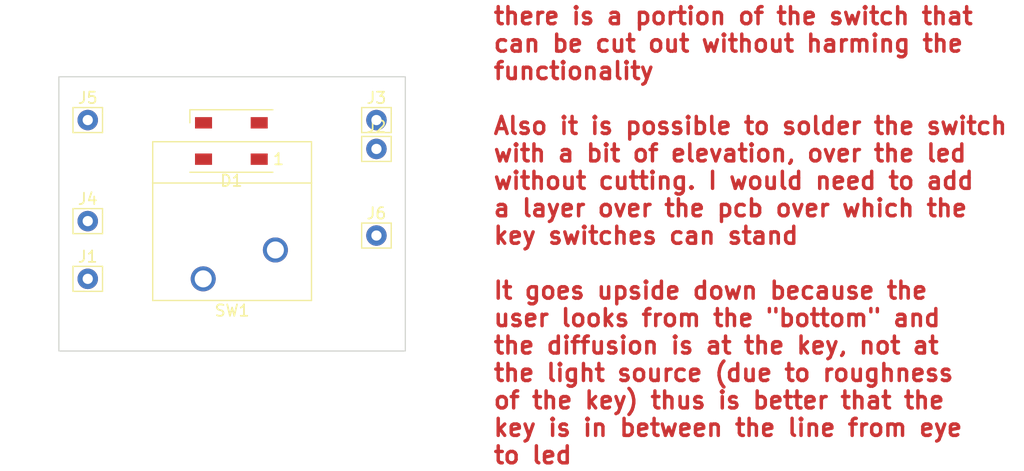
<source format=kicad_pcb>
(kicad_pcb (version 20171130) (host pcbnew 5.1.6-c6e7f7d~86~ubuntu18.04.1)

  (general
    (thickness 1.6)
    (drawings 2)
    (tracks 0)
    (zones 0)
    (modules 8)
    (nets 7)
  )

  (page A4)
  (layers
    (0 F.Cu signal)
    (31 B.Cu signal)
    (32 B.Adhes user)
    (33 F.Adhes user)
    (34 B.Paste user)
    (35 F.Paste user)
    (36 B.SilkS user)
    (37 F.SilkS user)
    (38 B.Mask user)
    (39 F.Mask user)
    (40 Dwgs.User user)
    (41 Cmts.User user)
    (42 Eco1.User user)
    (43 Eco2.User user)
    (44 Edge.Cuts user)
    (45 Margin user)
    (46 B.CrtYd user)
    (47 F.CrtYd user)
    (48 B.Fab user)
    (49 F.Fab user)
  )

  (setup
    (last_trace_width 0.25)
    (trace_clearance 0.2)
    (zone_clearance 0.508)
    (zone_45_only no)
    (trace_min 0.2)
    (via_size 0.8)
    (via_drill 0.4)
    (via_min_size 0.4)
    (via_min_drill 0.3)
    (uvia_size 0.3)
    (uvia_drill 0.1)
    (uvias_allowed no)
    (uvia_min_size 0.2)
    (uvia_min_drill 0.1)
    (edge_width 0.05)
    (segment_width 0.2)
    (pcb_text_width 0.3)
    (pcb_text_size 1.5 1.5)
    (mod_edge_width 0.12)
    (mod_text_size 1 1)
    (mod_text_width 0.15)
    (pad_size 1.524 1.524)
    (pad_drill 0.762)
    (pad_to_mask_clearance 0.05)
    (aux_axis_origin 0 0)
    (visible_elements FFFFFF7F)
    (pcbplotparams
      (layerselection 0x010fc_ffffffff)
      (usegerberextensions false)
      (usegerberattributes true)
      (usegerberadvancedattributes true)
      (creategerberjobfile true)
      (excludeedgelayer true)
      (linewidth 0.100000)
      (plotframeref false)
      (viasonmask false)
      (mode 1)
      (useauxorigin false)
      (hpglpennumber 1)
      (hpglpenspeed 20)
      (hpglpendiameter 15.000000)
      (psnegative false)
      (psa4output false)
      (plotreference true)
      (plotvalue true)
      (plotinvisibletext false)
      (padsonsilk false)
      (subtractmaskfromsilk false)
      (outputformat 1)
      (mirror false)
      (drillshape 1)
      (scaleselection 1)
      (outputdirectory ""))
  )

  (net 0 "")
  (net 1 "Net-(D1-Pad1)")
  (net 2 "Net-(D1-Pad2)")
  (net 3 "Net-(D1-Pad4)")
  (net 4 "Net-(D1-Pad3)")
  (net 5 "Net-(J1-Pad1)")
  (net 6 "Net-(J6-Pad1)")

  (net_class Default "This is the default net class."
    (clearance 0.2)
    (trace_width 0.25)
    (via_dia 0.8)
    (via_drill 0.4)
    (uvia_dia 0.3)
    (uvia_drill 0.1)
    (add_net "Net-(D1-Pad1)")
    (add_net "Net-(D1-Pad2)")
    (add_net "Net-(D1-Pad3)")
    (add_net "Net-(D1-Pad4)")
    (add_net "Net-(J1-Pad1)")
    (add_net "Net-(J6-Pad1)")
  )

  (module key-led:SW_Cherry_MX_1.00u_PCB (layer F.Cu) (tedit 5F045D32) (tstamp 5F04D1C2)
    (at 99.06 149.86 180)
    (descr "Cherry MX keyswitch, 1.00u, PCB mount, http://cherryamericas.com/wp-content/uploads/2014/12/mx_cat.pdf")
    (tags "Cherry MX keyswitch 1.00u PCB")
    (path /5F04751A)
    (fp_text reference SW1 (at -2.54 -2.794) (layer F.SilkS)
      (effects (font (size 1 1) (thickness 0.15)))
    )
    (fp_text value SW_Push_45deg (at -2.54 12.954) (layer F.Fab)
      (effects (font (size 1 1) (thickness 0.15)))
    )
    (fp_text user %R (at -2.54 -2.794) (layer F.Fab)
      (effects (font (size 1 1) (thickness 0.15)))
    )
    (fp_line (start -8.89 -1.27) (end 3.81 -1.27) (layer F.Fab) (width 0.1))
    (fp_line (start 3.81 -1.27) (end 3.81 11.43) (layer F.Fab) (width 0.1))
    (fp_line (start 3.81 11.43) (end -8.89 11.43) (layer F.Fab) (width 0.1))
    (fp_line (start -8.89 11.43) (end -8.89 -1.27) (layer F.Fab) (width 0.1))
    (fp_line (start -9.14 11.68) (end -9.14 -1.52) (layer F.CrtYd) (width 0.05))
    (fp_line (start 4.06 11.68) (end -9.14 11.68) (layer F.CrtYd) (width 0.05))
    (fp_line (start 4.06 -1.52) (end 4.06 11.68) (layer F.CrtYd) (width 0.05))
    (fp_line (start -9.14 -1.52) (end 4.06 -1.52) (layer F.CrtYd) (width 0.05))
    (fp_line (start -12.065 -4.445) (end 6.985 -4.445) (layer Dwgs.User) (width 0.15))
    (fp_line (start 6.985 -4.445) (end 6.985 14.605) (layer Dwgs.User) (width 0.15))
    (fp_line (start 6.985 14.605) (end -12.065 14.605) (layer Dwgs.User) (width 0.15))
    (fp_line (start -12.065 14.605) (end -12.065 -4.445) (layer Dwgs.User) (width 0.15))
    (fp_line (start -9.525 -1.905) (end 4.445 -1.905) (layer F.SilkS) (width 0.12))
    (fp_line (start 4.445 -1.905) (end 4.445 12.065) (layer F.SilkS) (width 0.12))
    (fp_line (start 4.445 12.065) (end -9.525 12.065) (layer F.SilkS) (width 0.12))
    (fp_line (start -9.525 12.065) (end -9.525 -1.905) (layer F.SilkS) (width 0.12))
    (fp_line (start -9.54 8.43) (end 4.46 8.43) (layer F.SilkS) (width 0.12))
    (pad 1 thru_hole circle (at 0 0 180) (size 2.2 2.2) (drill 1.5) (layers *.Cu *.Mask)
      (net 5 "Net-(J1-Pad1)"))
    (pad 2 thru_hole circle (at -6.35 2.54 180) (size 2.2 2.2) (drill 1.5) (layers *.Cu *.Mask)
      (net 6 "Net-(J6-Pad1)"))
    (pad "" np_thru_hole circle (at -2.54 5.08 180) (size 4 4) (drill 4) (layers *.Cu *.Mask))
    (pad "" np_thru_hole circle (at -7.62 5.08 180) (size 1.7 1.7) (drill 1.7) (layers *.Cu *.Mask))
    (pad "" np_thru_hole circle (at 2.54 5.08 180) (size 1.7 1.7) (drill 1.7) (layers *.Cu *.Mask))
    (model ${KISYS3DMOD}/Button_Switch_Keyboard.3dshapes/SW_Cherry_MX_1.00u_PCB.wrl
      (at (xyz 0 0 0))
      (scale (xyz 1 1 1))
      (rotate (xyz 0 0 0))
    )
  )

  (module LED_SMD:LED_WS2812B_PLCC4_5.0x5.0mm_P3.2mm (layer F.Cu) (tedit 5AA4B285) (tstamp 5F04C31E)
    (at 101.5365 137.7315 180)
    (descr https://cdn-shop.adafruit.com/datasheets/WS2812B.pdf)
    (tags "LED RGB NeoPixel")
    (path /5F045BB7)
    (attr smd)
    (fp_text reference D1 (at 0 -3.5) (layer F.SilkS)
      (effects (font (size 1 1) (thickness 0.15)))
    )
    (fp_text value WS2812B (at 0 4) (layer F.Fab)
      (effects (font (size 1 1) (thickness 0.15)))
    )
    (fp_text user %R (at 0 0) (layer F.Fab)
      (effects (font (size 0.8 0.8) (thickness 0.15)))
    )
    (fp_text user 1 (at -4.15 -1.6) (layer F.SilkS)
      (effects (font (size 1 1) (thickness 0.15)))
    )
    (fp_line (start 3.45 -2.75) (end -3.45 -2.75) (layer F.CrtYd) (width 0.05))
    (fp_line (start 3.45 2.75) (end 3.45 -2.75) (layer F.CrtYd) (width 0.05))
    (fp_line (start -3.45 2.75) (end 3.45 2.75) (layer F.CrtYd) (width 0.05))
    (fp_line (start -3.45 -2.75) (end -3.45 2.75) (layer F.CrtYd) (width 0.05))
    (fp_line (start 2.5 1.5) (end 1.5 2.5) (layer F.Fab) (width 0.1))
    (fp_line (start -2.5 -2.5) (end -2.5 2.5) (layer F.Fab) (width 0.1))
    (fp_line (start -2.5 2.5) (end 2.5 2.5) (layer F.Fab) (width 0.1))
    (fp_line (start 2.5 2.5) (end 2.5 -2.5) (layer F.Fab) (width 0.1))
    (fp_line (start 2.5 -2.5) (end -2.5 -2.5) (layer F.Fab) (width 0.1))
    (fp_line (start -3.65 -2.75) (end 3.65 -2.75) (layer F.SilkS) (width 0.12))
    (fp_line (start -3.65 2.75) (end 3.65 2.75) (layer F.SilkS) (width 0.12))
    (fp_line (start 3.65 2.75) (end 3.65 1.6) (layer F.SilkS) (width 0.12))
    (fp_circle (center 0 0) (end 0 -2) (layer F.Fab) (width 0.1))
    (pad 1 smd rect (at -2.45 -1.6 180) (size 1.5 1) (layers F.Cu F.Paste F.Mask)
      (net 1 "Net-(D1-Pad1)"))
    (pad 2 smd rect (at -2.45 1.6 180) (size 1.5 1) (layers F.Cu F.Paste F.Mask)
      (net 2 "Net-(D1-Pad2)"))
    (pad 4 smd rect (at 2.45 -1.6 180) (size 1.5 1) (layers F.Cu F.Paste F.Mask)
      (net 3 "Net-(D1-Pad4)"))
    (pad 3 smd rect (at 2.45 1.6 180) (size 1.5 1) (layers F.Cu F.Paste F.Mask)
      (net 4 "Net-(D1-Pad3)"))
    (model ${KISYS3DMOD}/LED_SMD.3dshapes/LED_WS2812B_PLCC4_5.0x5.0mm_P3.2mm.wrl
      (at (xyz 0 0 0))
      (scale (xyz 1 1 1))
      (rotate (xyz 0 0 0))
    )
  )

  (module Connector_Pin:Pin_D0.9mm_L10.0mm_W2.4mm_FlatFork (layer F.Cu) (tedit 5A1DC084) (tstamp 5F04C189)
    (at 114.3 146.05 180)
    (descr "solder Pin_ with flat fork, hole diameter 0.9mm, length 10.0mm, width 2.4mm")
    (tags "solder Pin_ with flat fork")
    (path /5F05289B)
    (fp_text reference J6 (at 0 1.95) (layer F.SilkS)
      (effects (font (size 1 1) (thickness 0.15)))
    )
    (fp_text value Conn_01x01_Female (at 0 -2.05) (layer F.Fab)
      (effects (font (size 1 1) (thickness 0.15)))
    )
    (fp_text user %R (at 0 1.95) (layer F.Fab)
      (effects (font (size 1 1) (thickness 0.15)))
    )
    (fp_line (start -1.3 -1.1) (end -1.3 0.6) (layer F.SilkS) (width 0.12))
    (fp_line (start -1.3 0.6) (end -1.3 1.1) (layer F.SilkS) (width 0.12))
    (fp_line (start -1.3 1.1) (end 1.3 1.1) (layer F.SilkS) (width 0.12))
    (fp_line (start 1.3 1.1) (end 1.3 -1.1) (layer F.SilkS) (width 0.12))
    (fp_line (start 1.3 -1.1) (end -1.3 -1.1) (layer F.SilkS) (width 0.12))
    (fp_line (start -1.2 -0.25) (end -1.2 0.25) (layer F.Fab) (width 0.12))
    (fp_line (start -1.2 0.25) (end 1.2 0.25) (layer F.Fab) (width 0.12))
    (fp_line (start 1.2 0.25) (end 1.2 -0.25) (layer F.Fab) (width 0.12))
    (fp_line (start 1.2 -0.25) (end -1.2 -0.25) (layer F.Fab) (width 0.12))
    (fp_line (start -1.7 -1.4) (end 1.7 -1.4) (layer F.CrtYd) (width 0.05))
    (fp_line (start -1.7 -1.4) (end -1.7 1.4) (layer F.CrtYd) (width 0.05))
    (fp_line (start 1.7 1.4) (end 1.7 -1.4) (layer F.CrtYd) (width 0.05))
    (fp_line (start 1.7 1.4) (end -1.7 1.4) (layer F.CrtYd) (width 0.05))
    (pad 1 thru_hole circle (at 0 0 180) (size 1.8 1.8) (drill 0.9) (layers *.Cu *.Mask)
      (net 6 "Net-(J6-Pad1)"))
    (model ${KISYS3DMOD}/Connector_Pin.3dshapes/Pin_D0.9mm_L10.0mm_W2.4mm_FlatFork.wrl
      (at (xyz 0 0 0))
      (scale (xyz 1 1 1))
      (rotate (xyz 0 0 0))
    )
  )

  (module Connector_Pin:Pin_D0.9mm_L10.0mm_W2.4mm_FlatFork (layer F.Cu) (tedit 5A1DC084) (tstamp 5F04C176)
    (at 88.9 135.89 180)
    (descr "solder Pin_ with flat fork, hole diameter 0.9mm, length 10.0mm, width 2.4mm")
    (tags "solder Pin_ with flat fork")
    (path /5F0524B8)
    (fp_text reference J5 (at 0 1.95) (layer F.SilkS)
      (effects (font (size 1 1) (thickness 0.15)))
    )
    (fp_text value Conn_01x01_Female (at 0 -2.05) (layer F.Fab)
      (effects (font (size 1 1) (thickness 0.15)))
    )
    (fp_text user %R (at 0 1.95) (layer F.Fab)
      (effects (font (size 1 1) (thickness 0.15)))
    )
    (fp_line (start -1.3 -1.1) (end -1.3 0.6) (layer F.SilkS) (width 0.12))
    (fp_line (start -1.3 0.6) (end -1.3 1.1) (layer F.SilkS) (width 0.12))
    (fp_line (start -1.3 1.1) (end 1.3 1.1) (layer F.SilkS) (width 0.12))
    (fp_line (start 1.3 1.1) (end 1.3 -1.1) (layer F.SilkS) (width 0.12))
    (fp_line (start 1.3 -1.1) (end -1.3 -1.1) (layer F.SilkS) (width 0.12))
    (fp_line (start -1.2 -0.25) (end -1.2 0.25) (layer F.Fab) (width 0.12))
    (fp_line (start -1.2 0.25) (end 1.2 0.25) (layer F.Fab) (width 0.12))
    (fp_line (start 1.2 0.25) (end 1.2 -0.25) (layer F.Fab) (width 0.12))
    (fp_line (start 1.2 -0.25) (end -1.2 -0.25) (layer F.Fab) (width 0.12))
    (fp_line (start -1.7 -1.4) (end 1.7 -1.4) (layer F.CrtYd) (width 0.05))
    (fp_line (start -1.7 -1.4) (end -1.7 1.4) (layer F.CrtYd) (width 0.05))
    (fp_line (start 1.7 1.4) (end 1.7 -1.4) (layer F.CrtYd) (width 0.05))
    (fp_line (start 1.7 1.4) (end -1.7 1.4) (layer F.CrtYd) (width 0.05))
    (pad 1 thru_hole circle (at 0 0 180) (size 1.8 1.8) (drill 0.9) (layers *.Cu *.Mask)
      (net 2 "Net-(D1-Pad2)"))
    (model ${KISYS3DMOD}/Connector_Pin.3dshapes/Pin_D0.9mm_L10.0mm_W2.4mm_FlatFork.wrl
      (at (xyz 0 0 0))
      (scale (xyz 1 1 1))
      (rotate (xyz 0 0 0))
    )
  )

  (module Connector_Pin:Pin_D0.9mm_L10.0mm_W2.4mm_FlatFork (layer F.Cu) (tedit 5A1DC084) (tstamp 5F04C163)
    (at 88.9 144.78 180)
    (descr "solder Pin_ with flat fork, hole diameter 0.9mm, length 10.0mm, width 2.4mm")
    (tags "solder Pin_ with flat fork")
    (path /5F0522B4)
    (fp_text reference J4 (at 0 1.95) (layer F.SilkS)
      (effects (font (size 1 1) (thickness 0.15)))
    )
    (fp_text value Conn_01x01_Female (at 0 -2.05) (layer F.Fab)
      (effects (font (size 1 1) (thickness 0.15)))
    )
    (fp_text user %R (at 0 1.95) (layer F.Fab)
      (effects (font (size 1 1) (thickness 0.15)))
    )
    (fp_line (start -1.3 -1.1) (end -1.3 0.6) (layer F.SilkS) (width 0.12))
    (fp_line (start -1.3 0.6) (end -1.3 1.1) (layer F.SilkS) (width 0.12))
    (fp_line (start -1.3 1.1) (end 1.3 1.1) (layer F.SilkS) (width 0.12))
    (fp_line (start 1.3 1.1) (end 1.3 -1.1) (layer F.SilkS) (width 0.12))
    (fp_line (start 1.3 -1.1) (end -1.3 -1.1) (layer F.SilkS) (width 0.12))
    (fp_line (start -1.2 -0.25) (end -1.2 0.25) (layer F.Fab) (width 0.12))
    (fp_line (start -1.2 0.25) (end 1.2 0.25) (layer F.Fab) (width 0.12))
    (fp_line (start 1.2 0.25) (end 1.2 -0.25) (layer F.Fab) (width 0.12))
    (fp_line (start 1.2 -0.25) (end -1.2 -0.25) (layer F.Fab) (width 0.12))
    (fp_line (start -1.7 -1.4) (end 1.7 -1.4) (layer F.CrtYd) (width 0.05))
    (fp_line (start -1.7 -1.4) (end -1.7 1.4) (layer F.CrtYd) (width 0.05))
    (fp_line (start 1.7 1.4) (end 1.7 -1.4) (layer F.CrtYd) (width 0.05))
    (fp_line (start 1.7 1.4) (end -1.7 1.4) (layer F.CrtYd) (width 0.05))
    (pad 1 thru_hole circle (at 0 0 180) (size 1.8 1.8) (drill 0.9) (layers *.Cu *.Mask)
      (net 4 "Net-(D1-Pad3)"))
    (model ${KISYS3DMOD}/Connector_Pin.3dshapes/Pin_D0.9mm_L10.0mm_W2.4mm_FlatFork.wrl
      (at (xyz 0 0 0))
      (scale (xyz 1 1 1))
      (rotate (xyz 0 0 0))
    )
  )

  (module Connector_Pin:Pin_D0.9mm_L10.0mm_W2.4mm_FlatFork (layer F.Cu) (tedit 5A1DC084) (tstamp 5F04C150)
    (at 114.3 135.89 180)
    (descr "solder Pin_ with flat fork, hole diameter 0.9mm, length 10.0mm, width 2.4mm")
    (tags "solder Pin_ with flat fork")
    (path /5F0520AD)
    (fp_text reference J3 (at 0 1.95) (layer F.SilkS)
      (effects (font (size 1 1) (thickness 0.15)))
    )
    (fp_text value Conn_01x01_Female (at 0 -2.05) (layer F.Fab)
      (effects (font (size 1 1) (thickness 0.15)))
    )
    (fp_text user %R (at 0 1.95) (layer F.Fab)
      (effects (font (size 1 1) (thickness 0.15)))
    )
    (fp_line (start -1.3 -1.1) (end -1.3 0.6) (layer F.SilkS) (width 0.12))
    (fp_line (start -1.3 0.6) (end -1.3 1.1) (layer F.SilkS) (width 0.12))
    (fp_line (start -1.3 1.1) (end 1.3 1.1) (layer F.SilkS) (width 0.12))
    (fp_line (start 1.3 1.1) (end 1.3 -1.1) (layer F.SilkS) (width 0.12))
    (fp_line (start 1.3 -1.1) (end -1.3 -1.1) (layer F.SilkS) (width 0.12))
    (fp_line (start -1.2 -0.25) (end -1.2 0.25) (layer F.Fab) (width 0.12))
    (fp_line (start -1.2 0.25) (end 1.2 0.25) (layer F.Fab) (width 0.12))
    (fp_line (start 1.2 0.25) (end 1.2 -0.25) (layer F.Fab) (width 0.12))
    (fp_line (start 1.2 -0.25) (end -1.2 -0.25) (layer F.Fab) (width 0.12))
    (fp_line (start -1.7 -1.4) (end 1.7 -1.4) (layer F.CrtYd) (width 0.05))
    (fp_line (start -1.7 -1.4) (end -1.7 1.4) (layer F.CrtYd) (width 0.05))
    (fp_line (start 1.7 1.4) (end 1.7 -1.4) (layer F.CrtYd) (width 0.05))
    (fp_line (start 1.7 1.4) (end -1.7 1.4) (layer F.CrtYd) (width 0.05))
    (pad 1 thru_hole circle (at 0 0 180) (size 1.8 1.8) (drill 0.9) (layers *.Cu *.Mask)
      (net 3 "Net-(D1-Pad4)"))
    (model ${KISYS3DMOD}/Connector_Pin.3dshapes/Pin_D0.9mm_L10.0mm_W2.4mm_FlatFork.wrl
      (at (xyz 0 0 0))
      (scale (xyz 1 1 1))
      (rotate (xyz 0 0 0))
    )
  )

  (module Connector_Pin:Pin_D0.9mm_L10.0mm_W2.4mm_FlatFork (layer F.Cu) (tedit 5A1DC084) (tstamp 5F04C13D)
    (at 114.3 138.43 180)
    (descr "solder Pin_ with flat fork, hole diameter 0.9mm, length 10.0mm, width 2.4mm")
    (tags "solder Pin_ with flat fork")
    (path /5F051E6B)
    (fp_text reference J2 (at 0 1.95) (layer F.SilkS)
      (effects (font (size 1 1) (thickness 0.15)))
    )
    (fp_text value Conn_01x01_Female (at 0 -2.05) (layer F.Fab)
      (effects (font (size 1 1) (thickness 0.15)))
    )
    (fp_text user %R (at 0 1.95) (layer F.Fab)
      (effects (font (size 1 1) (thickness 0.15)))
    )
    (fp_line (start -1.3 -1.1) (end -1.3 0.6) (layer F.SilkS) (width 0.12))
    (fp_line (start -1.3 0.6) (end -1.3 1.1) (layer F.SilkS) (width 0.12))
    (fp_line (start -1.3 1.1) (end 1.3 1.1) (layer F.SilkS) (width 0.12))
    (fp_line (start 1.3 1.1) (end 1.3 -1.1) (layer F.SilkS) (width 0.12))
    (fp_line (start 1.3 -1.1) (end -1.3 -1.1) (layer F.SilkS) (width 0.12))
    (fp_line (start -1.2 -0.25) (end -1.2 0.25) (layer F.Fab) (width 0.12))
    (fp_line (start -1.2 0.25) (end 1.2 0.25) (layer F.Fab) (width 0.12))
    (fp_line (start 1.2 0.25) (end 1.2 -0.25) (layer F.Fab) (width 0.12))
    (fp_line (start 1.2 -0.25) (end -1.2 -0.25) (layer F.Fab) (width 0.12))
    (fp_line (start -1.7 -1.4) (end 1.7 -1.4) (layer F.CrtYd) (width 0.05))
    (fp_line (start -1.7 -1.4) (end -1.7 1.4) (layer F.CrtYd) (width 0.05))
    (fp_line (start 1.7 1.4) (end 1.7 -1.4) (layer F.CrtYd) (width 0.05))
    (fp_line (start 1.7 1.4) (end -1.7 1.4) (layer F.CrtYd) (width 0.05))
    (pad 1 thru_hole circle (at 0 0 180) (size 1.8 1.8) (drill 0.9) (layers *.Cu *.Mask)
      (net 1 "Net-(D1-Pad1)"))
    (model ${KISYS3DMOD}/Connector_Pin.3dshapes/Pin_D0.9mm_L10.0mm_W2.4mm_FlatFork.wrl
      (at (xyz 0 0 0))
      (scale (xyz 1 1 1))
      (rotate (xyz 0 0 0))
    )
  )

  (module Connector_Pin:Pin_D0.9mm_L10.0mm_W2.4mm_FlatFork (layer F.Cu) (tedit 5A1DC084) (tstamp 5F04C12A)
    (at 88.9 149.86 180)
    (descr "solder Pin_ with flat fork, hole diameter 0.9mm, length 10.0mm, width 2.4mm")
    (tags "solder Pin_ with flat fork")
    (path /5F04AA41)
    (fp_text reference J1 (at 0 1.95) (layer F.SilkS)
      (effects (font (size 1 1) (thickness 0.15)))
    )
    (fp_text value Conn_01x01_Female (at 0 -2.05) (layer F.Fab)
      (effects (font (size 1 1) (thickness 0.15)))
    )
    (fp_text user %R (at 0 1.95) (layer F.Fab)
      (effects (font (size 1 1) (thickness 0.15)))
    )
    (fp_line (start -1.3 -1.1) (end -1.3 0.6) (layer F.SilkS) (width 0.12))
    (fp_line (start -1.3 0.6) (end -1.3 1.1) (layer F.SilkS) (width 0.12))
    (fp_line (start -1.3 1.1) (end 1.3 1.1) (layer F.SilkS) (width 0.12))
    (fp_line (start 1.3 1.1) (end 1.3 -1.1) (layer F.SilkS) (width 0.12))
    (fp_line (start 1.3 -1.1) (end -1.3 -1.1) (layer F.SilkS) (width 0.12))
    (fp_line (start -1.2 -0.25) (end -1.2 0.25) (layer F.Fab) (width 0.12))
    (fp_line (start -1.2 0.25) (end 1.2 0.25) (layer F.Fab) (width 0.12))
    (fp_line (start 1.2 0.25) (end 1.2 -0.25) (layer F.Fab) (width 0.12))
    (fp_line (start 1.2 -0.25) (end -1.2 -0.25) (layer F.Fab) (width 0.12))
    (fp_line (start -1.7 -1.4) (end 1.7 -1.4) (layer F.CrtYd) (width 0.05))
    (fp_line (start -1.7 -1.4) (end -1.7 1.4) (layer F.CrtYd) (width 0.05))
    (fp_line (start 1.7 1.4) (end 1.7 -1.4) (layer F.CrtYd) (width 0.05))
    (fp_line (start 1.7 1.4) (end -1.7 1.4) (layer F.CrtYd) (width 0.05))
    (pad 1 thru_hole circle (at 0 0 180) (size 1.8 1.8) (drill 0.9) (layers *.Cu *.Mask)
      (net 5 "Net-(J1-Pad1)"))
    (model ${KISYS3DMOD}/Connector_Pin.3dshapes/Pin_D0.9mm_L10.0mm_W2.4mm_FlatFork.wrl
      (at (xyz 0 0 0))
      (scale (xyz 1 1 1))
      (rotate (xyz 0 0 0))
    )
  )

  (gr_poly (pts (xy 86.36 132.08) (xy 116.84 132.08) (xy 116.84 156.21) (xy 86.36 156.21)) (layer Edge.Cuts) (width 0.1))
  (gr_text "there is a portion of the switch that \ncan be cut out without harming the \nfunctionality\n\nAlso it is possible to solder the switch \nwith a bit of elevation, over the led \nwithout cutting. I would need to add\na layer over the pcb over which the \nkey switches can stand\n\nIt goes upside down because the \nuser looks from the \"bottom\" and\nthe diffusion is at the key, not at \nthe light source (due to roughness\nof the key) thus is better that the\nkey is in between the line from eye\nto led" (at 124.46 146.05) (layer F.Cu)
    (effects (font (size 1.5 1.5) (thickness 0.3)) (justify left))
  )

)

</source>
